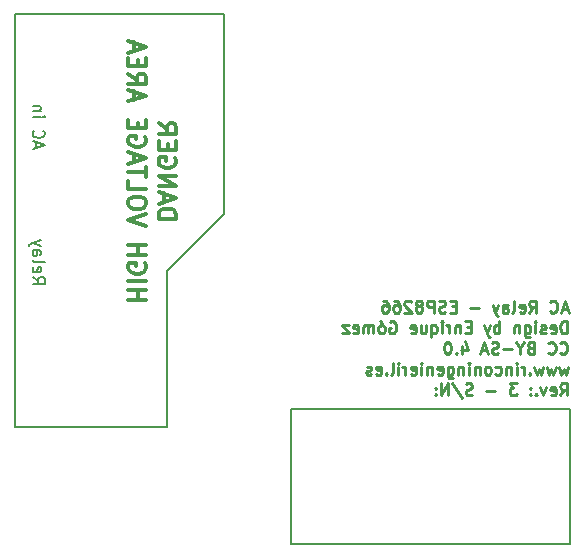
<source format=gbo>
G04 #@! TF.GenerationSoftware,KiCad,Pcbnew,5.1.9-73d0e3b20d~88~ubuntu20.04.1*
G04 #@! TF.CreationDate,2021-03-26T20:06:38+01:00*
G04 #@! TF.ProjectId,AC Relay,41432052-656c-4617-992e-6b696361645f,rev?*
G04 #@! TF.SameCoordinates,Original*
G04 #@! TF.FileFunction,Legend,Bot*
G04 #@! TF.FilePolarity,Positive*
%FSLAX46Y46*%
G04 Gerber Fmt 4.6, Leading zero omitted, Abs format (unit mm)*
G04 Created by KiCad (PCBNEW 5.1.9-73d0e3b20d~88~ubuntu20.04.1) date 2021-03-26 20:06:38*
%MOMM*%
%LPD*%
G01*
G04 APERTURE LIST*
%ADD10C,0.150000*%
%ADD11C,0.200000*%
%ADD12C,0.300000*%
%ADD13C,0.250000*%
G04 APERTURE END LIST*
D10*
X71347619Y-70514285D02*
X71823809Y-70847619D01*
X71347619Y-71085714D02*
X72347619Y-71085714D01*
X72347619Y-70704761D01*
X72300000Y-70609523D01*
X72252380Y-70561904D01*
X72157142Y-70514285D01*
X72014285Y-70514285D01*
X71919047Y-70561904D01*
X71871428Y-70609523D01*
X71823809Y-70704761D01*
X71823809Y-71085714D01*
X71395238Y-69704761D02*
X71347619Y-69800000D01*
X71347619Y-69990476D01*
X71395238Y-70085714D01*
X71490476Y-70133333D01*
X71871428Y-70133333D01*
X71966666Y-70085714D01*
X72014285Y-69990476D01*
X72014285Y-69800000D01*
X71966666Y-69704761D01*
X71871428Y-69657142D01*
X71776190Y-69657142D01*
X71680952Y-70133333D01*
X71347619Y-69085714D02*
X71395238Y-69180952D01*
X71490476Y-69228571D01*
X72347619Y-69228571D01*
X71347619Y-68276190D02*
X71871428Y-68276190D01*
X71966666Y-68323809D01*
X72014285Y-68419047D01*
X72014285Y-68609523D01*
X71966666Y-68704761D01*
X71395238Y-68276190D02*
X71347619Y-68371428D01*
X71347619Y-68609523D01*
X71395238Y-68704761D01*
X71490476Y-68752380D01*
X71585714Y-68752380D01*
X71680952Y-68704761D01*
X71728571Y-68609523D01*
X71728571Y-68371428D01*
X71776190Y-68276190D01*
X72014285Y-67895238D02*
X71347619Y-67657142D01*
X72014285Y-67419047D02*
X71347619Y-67657142D01*
X71109523Y-67752380D01*
X71061904Y-67800000D01*
X71014285Y-67895238D01*
X71633333Y-59609523D02*
X71633333Y-59133333D01*
X71347619Y-59704761D02*
X72347619Y-59371428D01*
X71347619Y-59038095D01*
X71442857Y-58133333D02*
X71395238Y-58180952D01*
X71347619Y-58323809D01*
X71347619Y-58419047D01*
X71395238Y-58561904D01*
X71490476Y-58657142D01*
X71585714Y-58704761D01*
X71776190Y-58752380D01*
X71919047Y-58752380D01*
X72109523Y-58704761D01*
X72204761Y-58657142D01*
X72300000Y-58561904D01*
X72347619Y-58419047D01*
X72347619Y-58323809D01*
X72300000Y-58180952D01*
X72252380Y-58133333D01*
X71347619Y-56942857D02*
X72014285Y-56942857D01*
X72347619Y-56942857D02*
X72300000Y-56990476D01*
X72252380Y-56942857D01*
X72300000Y-56895238D01*
X72347619Y-56942857D01*
X72252380Y-56942857D01*
X72014285Y-56466666D02*
X71347619Y-56466666D01*
X71919047Y-56466666D02*
X71966666Y-56419047D01*
X72014285Y-56323809D01*
X72014285Y-56180952D01*
X71966666Y-56085714D01*
X71871428Y-56038095D01*
X71347619Y-56038095D01*
D11*
X82677000Y-83185000D02*
X82677000Y-69977000D01*
X116840000Y-93091000D02*
X116840000Y-81661000D01*
X93218000Y-93091000D02*
X116840000Y-93091000D01*
X93218000Y-81661000D02*
X93218000Y-93091000D01*
X116840000Y-81661000D02*
X93218000Y-81661000D01*
X69850000Y-83185000D02*
X69850000Y-48260000D01*
X82677000Y-83185000D02*
X69850000Y-83185000D01*
X87503000Y-65151000D02*
X82677000Y-69977000D01*
X87503000Y-48260000D02*
X87503000Y-65151000D01*
X69850000Y-48260000D02*
X87503000Y-48260000D01*
D12*
X81996428Y-65595000D02*
X83496428Y-65595000D01*
X83496428Y-65237857D01*
X83425000Y-65023571D01*
X83282142Y-64880714D01*
X83139285Y-64809285D01*
X82853571Y-64737857D01*
X82639285Y-64737857D01*
X82353571Y-64809285D01*
X82210714Y-64880714D01*
X82067857Y-65023571D01*
X81996428Y-65237857D01*
X81996428Y-65595000D01*
X82425000Y-64166428D02*
X82425000Y-63452142D01*
X81996428Y-64309285D02*
X83496428Y-63809285D01*
X81996428Y-63309285D01*
X81996428Y-62809285D02*
X83496428Y-62809285D01*
X81996428Y-61952142D01*
X83496428Y-61952142D01*
X83425000Y-60452142D02*
X83496428Y-60595000D01*
X83496428Y-60809285D01*
X83425000Y-61023571D01*
X83282142Y-61166428D01*
X83139285Y-61237857D01*
X82853571Y-61309285D01*
X82639285Y-61309285D01*
X82353571Y-61237857D01*
X82210714Y-61166428D01*
X82067857Y-61023571D01*
X81996428Y-60809285D01*
X81996428Y-60666428D01*
X82067857Y-60452142D01*
X82139285Y-60380714D01*
X82639285Y-60380714D01*
X82639285Y-60666428D01*
X82782142Y-59737857D02*
X82782142Y-59237857D01*
X81996428Y-59023571D02*
X81996428Y-59737857D01*
X83496428Y-59737857D01*
X83496428Y-59023571D01*
X81996428Y-57523571D02*
X82710714Y-58023571D01*
X81996428Y-58380714D02*
X83496428Y-58380714D01*
X83496428Y-57809285D01*
X83425000Y-57666428D01*
X83353571Y-57595000D01*
X83210714Y-57523571D01*
X82996428Y-57523571D01*
X82853571Y-57595000D01*
X82782142Y-57666428D01*
X82710714Y-57809285D01*
X82710714Y-58380714D01*
X79446428Y-72452142D02*
X80946428Y-72452142D01*
X80232142Y-72452142D02*
X80232142Y-71595000D01*
X79446428Y-71595000D02*
X80946428Y-71595000D01*
X79446428Y-70880714D02*
X80946428Y-70880714D01*
X80875000Y-69380714D02*
X80946428Y-69523571D01*
X80946428Y-69737857D01*
X80875000Y-69952142D01*
X80732142Y-70095000D01*
X80589285Y-70166428D01*
X80303571Y-70237857D01*
X80089285Y-70237857D01*
X79803571Y-70166428D01*
X79660714Y-70095000D01*
X79517857Y-69952142D01*
X79446428Y-69737857D01*
X79446428Y-69595000D01*
X79517857Y-69380714D01*
X79589285Y-69309285D01*
X80089285Y-69309285D01*
X80089285Y-69595000D01*
X79446428Y-68666428D02*
X80946428Y-68666428D01*
X80232142Y-68666428D02*
X80232142Y-67809285D01*
X79446428Y-67809285D02*
X80946428Y-67809285D01*
X80946428Y-66166428D02*
X79446428Y-65666428D01*
X80946428Y-65166428D01*
X80946428Y-64380714D02*
X80946428Y-64095000D01*
X80875000Y-63952142D01*
X80732142Y-63809285D01*
X80446428Y-63737857D01*
X79946428Y-63737857D01*
X79660714Y-63809285D01*
X79517857Y-63952142D01*
X79446428Y-64095000D01*
X79446428Y-64380714D01*
X79517857Y-64523571D01*
X79660714Y-64666428D01*
X79946428Y-64737857D01*
X80446428Y-64737857D01*
X80732142Y-64666428D01*
X80875000Y-64523571D01*
X80946428Y-64380714D01*
X79446428Y-62380714D02*
X79446428Y-63095000D01*
X80946428Y-63095000D01*
X80946428Y-62095000D02*
X80946428Y-61237857D01*
X79446428Y-61666428D02*
X80946428Y-61666428D01*
X79875000Y-60809285D02*
X79875000Y-60095000D01*
X79446428Y-60952142D02*
X80946428Y-60452142D01*
X79446428Y-59952142D01*
X80875000Y-58666428D02*
X80946428Y-58809285D01*
X80946428Y-59023571D01*
X80875000Y-59237857D01*
X80732142Y-59380714D01*
X80589285Y-59452142D01*
X80303571Y-59523571D01*
X80089285Y-59523571D01*
X79803571Y-59452142D01*
X79660714Y-59380714D01*
X79517857Y-59237857D01*
X79446428Y-59023571D01*
X79446428Y-58880714D01*
X79517857Y-58666428D01*
X79589285Y-58595000D01*
X80089285Y-58595000D01*
X80089285Y-58880714D01*
X80232142Y-57952142D02*
X80232142Y-57452142D01*
X79446428Y-57237857D02*
X79446428Y-57952142D01*
X80946428Y-57952142D01*
X80946428Y-57237857D01*
X79875000Y-55523571D02*
X79875000Y-54809285D01*
X79446428Y-55666428D02*
X80946428Y-55166428D01*
X79446428Y-54666428D01*
X79446428Y-53309285D02*
X80160714Y-53809285D01*
X79446428Y-54166428D02*
X80946428Y-54166428D01*
X80946428Y-53595000D01*
X80875000Y-53452142D01*
X80803571Y-53380714D01*
X80660714Y-53309285D01*
X80446428Y-53309285D01*
X80303571Y-53380714D01*
X80232142Y-53452142D01*
X80160714Y-53595000D01*
X80160714Y-54166428D01*
X80232142Y-52666428D02*
X80232142Y-52166428D01*
X79446428Y-51952142D02*
X79446428Y-52666428D01*
X80946428Y-52666428D01*
X80946428Y-51952142D01*
X79875000Y-51380714D02*
X79875000Y-50666428D01*
X79446428Y-51523571D02*
X80946428Y-51023571D01*
X79446428Y-50523571D01*
D13*
X116614023Y-73247666D02*
X116137833Y-73247666D01*
X116709261Y-73533380D02*
X116375928Y-72533380D01*
X116042595Y-73533380D01*
X115137833Y-73438142D02*
X115185452Y-73485761D01*
X115328309Y-73533380D01*
X115423547Y-73533380D01*
X115566404Y-73485761D01*
X115661642Y-73390523D01*
X115709261Y-73295285D01*
X115756880Y-73104809D01*
X115756880Y-72961952D01*
X115709261Y-72771476D01*
X115661642Y-72676238D01*
X115566404Y-72581000D01*
X115423547Y-72533380D01*
X115328309Y-72533380D01*
X115185452Y-72581000D01*
X115137833Y-72628619D01*
X113375928Y-73533380D02*
X113709261Y-73057190D01*
X113947357Y-73533380D02*
X113947357Y-72533380D01*
X113566404Y-72533380D01*
X113471166Y-72581000D01*
X113423547Y-72628619D01*
X113375928Y-72723857D01*
X113375928Y-72866714D01*
X113423547Y-72961952D01*
X113471166Y-73009571D01*
X113566404Y-73057190D01*
X113947357Y-73057190D01*
X112566404Y-73485761D02*
X112661642Y-73533380D01*
X112852119Y-73533380D01*
X112947357Y-73485761D01*
X112994976Y-73390523D01*
X112994976Y-73009571D01*
X112947357Y-72914333D01*
X112852119Y-72866714D01*
X112661642Y-72866714D01*
X112566404Y-72914333D01*
X112518785Y-73009571D01*
X112518785Y-73104809D01*
X112994976Y-73200047D01*
X111947357Y-73533380D02*
X112042595Y-73485761D01*
X112090214Y-73390523D01*
X112090214Y-72533380D01*
X111137833Y-73533380D02*
X111137833Y-73009571D01*
X111185452Y-72914333D01*
X111280690Y-72866714D01*
X111471166Y-72866714D01*
X111566404Y-72914333D01*
X111137833Y-73485761D02*
X111233071Y-73533380D01*
X111471166Y-73533380D01*
X111566404Y-73485761D01*
X111614023Y-73390523D01*
X111614023Y-73295285D01*
X111566404Y-73200047D01*
X111471166Y-73152428D01*
X111233071Y-73152428D01*
X111137833Y-73104809D01*
X110756880Y-72866714D02*
X110518785Y-73533380D01*
X110280690Y-72866714D02*
X110518785Y-73533380D01*
X110614023Y-73771476D01*
X110661642Y-73819095D01*
X110756880Y-73866714D01*
X109137833Y-73152428D02*
X108375928Y-73152428D01*
X107137833Y-73009571D02*
X106804500Y-73009571D01*
X106661642Y-73533380D02*
X107137833Y-73533380D01*
X107137833Y-72533380D01*
X106661642Y-72533380D01*
X106280690Y-73485761D02*
X106137833Y-73533380D01*
X105899738Y-73533380D01*
X105804500Y-73485761D01*
X105756880Y-73438142D01*
X105709261Y-73342904D01*
X105709261Y-73247666D01*
X105756880Y-73152428D01*
X105804500Y-73104809D01*
X105899738Y-73057190D01*
X106090214Y-73009571D01*
X106185452Y-72961952D01*
X106233071Y-72914333D01*
X106280690Y-72819095D01*
X106280690Y-72723857D01*
X106233071Y-72628619D01*
X106185452Y-72581000D01*
X106090214Y-72533380D01*
X105852119Y-72533380D01*
X105709261Y-72581000D01*
X105280690Y-73533380D02*
X105280690Y-72533380D01*
X104899738Y-72533380D01*
X104804500Y-72581000D01*
X104756880Y-72628619D01*
X104709261Y-72723857D01*
X104709261Y-72866714D01*
X104756880Y-72961952D01*
X104804500Y-73009571D01*
X104899738Y-73057190D01*
X105280690Y-73057190D01*
X104137833Y-72961952D02*
X104233071Y-72914333D01*
X104280690Y-72866714D01*
X104328309Y-72771476D01*
X104328309Y-72723857D01*
X104280690Y-72628619D01*
X104233071Y-72581000D01*
X104137833Y-72533380D01*
X103947357Y-72533380D01*
X103852119Y-72581000D01*
X103804500Y-72628619D01*
X103756880Y-72723857D01*
X103756880Y-72771476D01*
X103804500Y-72866714D01*
X103852119Y-72914333D01*
X103947357Y-72961952D01*
X104137833Y-72961952D01*
X104233071Y-73009571D01*
X104280690Y-73057190D01*
X104328309Y-73152428D01*
X104328309Y-73342904D01*
X104280690Y-73438142D01*
X104233071Y-73485761D01*
X104137833Y-73533380D01*
X103947357Y-73533380D01*
X103852119Y-73485761D01*
X103804500Y-73438142D01*
X103756880Y-73342904D01*
X103756880Y-73152428D01*
X103804500Y-73057190D01*
X103852119Y-73009571D01*
X103947357Y-72961952D01*
X103375928Y-72628619D02*
X103328309Y-72581000D01*
X103233071Y-72533380D01*
X102994976Y-72533380D01*
X102899738Y-72581000D01*
X102852119Y-72628619D01*
X102804500Y-72723857D01*
X102804500Y-72819095D01*
X102852119Y-72961952D01*
X103423547Y-73533380D01*
X102804500Y-73533380D01*
X101947357Y-72533380D02*
X102137833Y-72533380D01*
X102233071Y-72581000D01*
X102280690Y-72628619D01*
X102375928Y-72771476D01*
X102423547Y-72961952D01*
X102423547Y-73342904D01*
X102375928Y-73438142D01*
X102328309Y-73485761D01*
X102233071Y-73533380D01*
X102042595Y-73533380D01*
X101947357Y-73485761D01*
X101899738Y-73438142D01*
X101852119Y-73342904D01*
X101852119Y-73104809D01*
X101899738Y-73009571D01*
X101947357Y-72961952D01*
X102042595Y-72914333D01*
X102233071Y-72914333D01*
X102328309Y-72961952D01*
X102375928Y-73009571D01*
X102423547Y-73104809D01*
X100994976Y-72533380D02*
X101185452Y-72533380D01*
X101280690Y-72581000D01*
X101328309Y-72628619D01*
X101423547Y-72771476D01*
X101471166Y-72961952D01*
X101471166Y-73342904D01*
X101423547Y-73438142D01*
X101375928Y-73485761D01*
X101280690Y-73533380D01*
X101090214Y-73533380D01*
X100994976Y-73485761D01*
X100947357Y-73438142D01*
X100899738Y-73342904D01*
X100899738Y-73104809D01*
X100947357Y-73009571D01*
X100994976Y-72961952D01*
X101090214Y-72914333D01*
X101280690Y-72914333D01*
X101375928Y-72961952D01*
X101423547Y-73009571D01*
X101471166Y-73104809D01*
X116566404Y-75283380D02*
X116566404Y-74283380D01*
X116328309Y-74283380D01*
X116185452Y-74331000D01*
X116090214Y-74426238D01*
X116042595Y-74521476D01*
X115994976Y-74711952D01*
X115994976Y-74854809D01*
X116042595Y-75045285D01*
X116090214Y-75140523D01*
X116185452Y-75235761D01*
X116328309Y-75283380D01*
X116566404Y-75283380D01*
X115185452Y-75235761D02*
X115280690Y-75283380D01*
X115471166Y-75283380D01*
X115566404Y-75235761D01*
X115614023Y-75140523D01*
X115614023Y-74759571D01*
X115566404Y-74664333D01*
X115471166Y-74616714D01*
X115280690Y-74616714D01*
X115185452Y-74664333D01*
X115137833Y-74759571D01*
X115137833Y-74854809D01*
X115614023Y-74950047D01*
X114756880Y-75235761D02*
X114661642Y-75283380D01*
X114471166Y-75283380D01*
X114375928Y-75235761D01*
X114328309Y-75140523D01*
X114328309Y-75092904D01*
X114375928Y-74997666D01*
X114471166Y-74950047D01*
X114614023Y-74950047D01*
X114709261Y-74902428D01*
X114756880Y-74807190D01*
X114756880Y-74759571D01*
X114709261Y-74664333D01*
X114614023Y-74616714D01*
X114471166Y-74616714D01*
X114375928Y-74664333D01*
X113899738Y-75283380D02*
X113899738Y-74616714D01*
X113899738Y-74283380D02*
X113947357Y-74331000D01*
X113899738Y-74378619D01*
X113852119Y-74331000D01*
X113899738Y-74283380D01*
X113899738Y-74378619D01*
X112994976Y-74616714D02*
X112994976Y-75426238D01*
X113042595Y-75521476D01*
X113090214Y-75569095D01*
X113185452Y-75616714D01*
X113328309Y-75616714D01*
X113423547Y-75569095D01*
X112994976Y-75235761D02*
X113090214Y-75283380D01*
X113280690Y-75283380D01*
X113375928Y-75235761D01*
X113423547Y-75188142D01*
X113471166Y-75092904D01*
X113471166Y-74807190D01*
X113423547Y-74711952D01*
X113375928Y-74664333D01*
X113280690Y-74616714D01*
X113090214Y-74616714D01*
X112994976Y-74664333D01*
X112518785Y-74616714D02*
X112518785Y-75283380D01*
X112518785Y-74711952D02*
X112471166Y-74664333D01*
X112375928Y-74616714D01*
X112233071Y-74616714D01*
X112137833Y-74664333D01*
X112090214Y-74759571D01*
X112090214Y-75283380D01*
X110852119Y-75283380D02*
X110852119Y-74283380D01*
X110852119Y-74664333D02*
X110756880Y-74616714D01*
X110566404Y-74616714D01*
X110471166Y-74664333D01*
X110423547Y-74711952D01*
X110375928Y-74807190D01*
X110375928Y-75092904D01*
X110423547Y-75188142D01*
X110471166Y-75235761D01*
X110566404Y-75283380D01*
X110756880Y-75283380D01*
X110852119Y-75235761D01*
X110042595Y-74616714D02*
X109804500Y-75283380D01*
X109566404Y-74616714D02*
X109804500Y-75283380D01*
X109899738Y-75521476D01*
X109947357Y-75569095D01*
X110042595Y-75616714D01*
X108423547Y-74759571D02*
X108090214Y-74759571D01*
X107947357Y-75283380D02*
X108423547Y-75283380D01*
X108423547Y-74283380D01*
X107947357Y-74283380D01*
X107518785Y-74616714D02*
X107518785Y-75283380D01*
X107518785Y-74711952D02*
X107471166Y-74664333D01*
X107375928Y-74616714D01*
X107233071Y-74616714D01*
X107137833Y-74664333D01*
X107090214Y-74759571D01*
X107090214Y-75283380D01*
X106614023Y-75283380D02*
X106614023Y-74616714D01*
X106614023Y-74807190D02*
X106566404Y-74711952D01*
X106518785Y-74664333D01*
X106423547Y-74616714D01*
X106328309Y-74616714D01*
X105994976Y-75283380D02*
X105994976Y-74616714D01*
X105994976Y-74283380D02*
X106042595Y-74331000D01*
X105994976Y-74378619D01*
X105947357Y-74331000D01*
X105994976Y-74283380D01*
X105994976Y-74378619D01*
X105090214Y-74616714D02*
X105090214Y-75616714D01*
X105090214Y-75235761D02*
X105185452Y-75283380D01*
X105375928Y-75283380D01*
X105471166Y-75235761D01*
X105518785Y-75188142D01*
X105566404Y-75092904D01*
X105566404Y-74807190D01*
X105518785Y-74711952D01*
X105471166Y-74664333D01*
X105375928Y-74616714D01*
X105185452Y-74616714D01*
X105090214Y-74664333D01*
X104185452Y-74616714D02*
X104185452Y-75283380D01*
X104614023Y-74616714D02*
X104614023Y-75140523D01*
X104566404Y-75235761D01*
X104471166Y-75283380D01*
X104328309Y-75283380D01*
X104233071Y-75235761D01*
X104185452Y-75188142D01*
X103328309Y-75235761D02*
X103423547Y-75283380D01*
X103614023Y-75283380D01*
X103709261Y-75235761D01*
X103756880Y-75140523D01*
X103756880Y-74759571D01*
X103709261Y-74664333D01*
X103614023Y-74616714D01*
X103423547Y-74616714D01*
X103328309Y-74664333D01*
X103280690Y-74759571D01*
X103280690Y-74854809D01*
X103756880Y-74950047D01*
X101566404Y-74331000D02*
X101661642Y-74283380D01*
X101804500Y-74283380D01*
X101947357Y-74331000D01*
X102042595Y-74426238D01*
X102090214Y-74521476D01*
X102137833Y-74711952D01*
X102137833Y-74854809D01*
X102090214Y-75045285D01*
X102042595Y-75140523D01*
X101947357Y-75235761D01*
X101804500Y-75283380D01*
X101709261Y-75283380D01*
X101566404Y-75235761D01*
X101518785Y-75188142D01*
X101518785Y-74854809D01*
X101709261Y-74854809D01*
X100947357Y-75283380D02*
X101042595Y-75235761D01*
X101090214Y-75188142D01*
X101137833Y-75092904D01*
X101137833Y-74807190D01*
X101090214Y-74711952D01*
X101042595Y-74664333D01*
X100947357Y-74616714D01*
X100804500Y-74616714D01*
X100709261Y-74664333D01*
X100661642Y-74711952D01*
X100614023Y-74807190D01*
X100614023Y-75092904D01*
X100661642Y-75188142D01*
X100709261Y-75235761D01*
X100804500Y-75283380D01*
X100947357Y-75283380D01*
X100756880Y-74235761D02*
X100899738Y-74378619D01*
X100185452Y-75283380D02*
X100185452Y-74616714D01*
X100185452Y-74711952D02*
X100137833Y-74664333D01*
X100042595Y-74616714D01*
X99899738Y-74616714D01*
X99804500Y-74664333D01*
X99756880Y-74759571D01*
X99756880Y-75283380D01*
X99756880Y-74759571D02*
X99709261Y-74664333D01*
X99614023Y-74616714D01*
X99471166Y-74616714D01*
X99375928Y-74664333D01*
X99328309Y-74759571D01*
X99328309Y-75283380D01*
X98471166Y-75235761D02*
X98566404Y-75283380D01*
X98756880Y-75283380D01*
X98852119Y-75235761D01*
X98899738Y-75140523D01*
X98899738Y-74759571D01*
X98852119Y-74664333D01*
X98756880Y-74616714D01*
X98566404Y-74616714D01*
X98471166Y-74664333D01*
X98423547Y-74759571D01*
X98423547Y-74854809D01*
X98899738Y-74950047D01*
X98090214Y-74616714D02*
X97566404Y-74616714D01*
X98090214Y-75283380D01*
X97566404Y-75283380D01*
X115994976Y-76938142D02*
X116042595Y-76985761D01*
X116185452Y-77033380D01*
X116280690Y-77033380D01*
X116423547Y-76985761D01*
X116518785Y-76890523D01*
X116566404Y-76795285D01*
X116614023Y-76604809D01*
X116614023Y-76461952D01*
X116566404Y-76271476D01*
X116518785Y-76176238D01*
X116423547Y-76081000D01*
X116280690Y-76033380D01*
X116185452Y-76033380D01*
X116042595Y-76081000D01*
X115994976Y-76128619D01*
X114994976Y-76938142D02*
X115042595Y-76985761D01*
X115185452Y-77033380D01*
X115280690Y-77033380D01*
X115423547Y-76985761D01*
X115518785Y-76890523D01*
X115566404Y-76795285D01*
X115614023Y-76604809D01*
X115614023Y-76461952D01*
X115566404Y-76271476D01*
X115518785Y-76176238D01*
X115423547Y-76081000D01*
X115280690Y-76033380D01*
X115185452Y-76033380D01*
X115042595Y-76081000D01*
X114994976Y-76128619D01*
X113471166Y-76509571D02*
X113328309Y-76557190D01*
X113280690Y-76604809D01*
X113233071Y-76700047D01*
X113233071Y-76842904D01*
X113280690Y-76938142D01*
X113328309Y-76985761D01*
X113423547Y-77033380D01*
X113804500Y-77033380D01*
X113804500Y-76033380D01*
X113471166Y-76033380D01*
X113375928Y-76081000D01*
X113328309Y-76128619D01*
X113280690Y-76223857D01*
X113280690Y-76319095D01*
X113328309Y-76414333D01*
X113375928Y-76461952D01*
X113471166Y-76509571D01*
X113804500Y-76509571D01*
X112614023Y-76557190D02*
X112614023Y-77033380D01*
X112947357Y-76033380D02*
X112614023Y-76557190D01*
X112280690Y-76033380D01*
X111947357Y-76652428D02*
X111185452Y-76652428D01*
X110756880Y-76985761D02*
X110614023Y-77033380D01*
X110375928Y-77033380D01*
X110280690Y-76985761D01*
X110233071Y-76938142D01*
X110185452Y-76842904D01*
X110185452Y-76747666D01*
X110233071Y-76652428D01*
X110280690Y-76604809D01*
X110375928Y-76557190D01*
X110566404Y-76509571D01*
X110661642Y-76461952D01*
X110709261Y-76414333D01*
X110756880Y-76319095D01*
X110756880Y-76223857D01*
X110709261Y-76128619D01*
X110661642Y-76081000D01*
X110566404Y-76033380D01*
X110328309Y-76033380D01*
X110185452Y-76081000D01*
X109804500Y-76747666D02*
X109328309Y-76747666D01*
X109899738Y-77033380D02*
X109566404Y-76033380D01*
X109233071Y-77033380D01*
X107709261Y-76366714D02*
X107709261Y-77033380D01*
X107947357Y-75985761D02*
X108185452Y-76700047D01*
X107566404Y-76700047D01*
X107185452Y-76938142D02*
X107137833Y-76985761D01*
X107185452Y-77033380D01*
X107233071Y-76985761D01*
X107185452Y-76938142D01*
X107185452Y-77033380D01*
X106518785Y-76033380D02*
X106423547Y-76033380D01*
X106328309Y-76081000D01*
X106280690Y-76128619D01*
X106233071Y-76223857D01*
X106185452Y-76414333D01*
X106185452Y-76652428D01*
X106233071Y-76842904D01*
X106280690Y-76938142D01*
X106328309Y-76985761D01*
X106423547Y-77033380D01*
X106518785Y-77033380D01*
X106614023Y-76985761D01*
X106661642Y-76938142D01*
X106709261Y-76842904D01*
X106756880Y-76652428D01*
X106756880Y-76414333D01*
X106709261Y-76223857D01*
X106661642Y-76128619D01*
X106614023Y-76081000D01*
X106518785Y-76033380D01*
X116661642Y-78116714D02*
X116471166Y-78783380D01*
X116280690Y-78307190D01*
X116090214Y-78783380D01*
X115899738Y-78116714D01*
X115614023Y-78116714D02*
X115423547Y-78783380D01*
X115233071Y-78307190D01*
X115042595Y-78783380D01*
X114852119Y-78116714D01*
X114566404Y-78116714D02*
X114375928Y-78783380D01*
X114185452Y-78307190D01*
X113994976Y-78783380D01*
X113804500Y-78116714D01*
X113423547Y-78688142D02*
X113375928Y-78735761D01*
X113423547Y-78783380D01*
X113471166Y-78735761D01*
X113423547Y-78688142D01*
X113423547Y-78783380D01*
X112947357Y-78783380D02*
X112947357Y-78116714D01*
X112947357Y-78307190D02*
X112899738Y-78211952D01*
X112852119Y-78164333D01*
X112756880Y-78116714D01*
X112661642Y-78116714D01*
X112328309Y-78783380D02*
X112328309Y-78116714D01*
X112328309Y-77783380D02*
X112375928Y-77831000D01*
X112328309Y-77878619D01*
X112280690Y-77831000D01*
X112328309Y-77783380D01*
X112328309Y-77878619D01*
X111852119Y-78116714D02*
X111852119Y-78783380D01*
X111852119Y-78211952D02*
X111804500Y-78164333D01*
X111709261Y-78116714D01*
X111566404Y-78116714D01*
X111471166Y-78164333D01*
X111423547Y-78259571D01*
X111423547Y-78783380D01*
X110518785Y-78735761D02*
X110614023Y-78783380D01*
X110804500Y-78783380D01*
X110899738Y-78735761D01*
X110947357Y-78688142D01*
X110994976Y-78592904D01*
X110994976Y-78307190D01*
X110947357Y-78211952D01*
X110899738Y-78164333D01*
X110804500Y-78116714D01*
X110614023Y-78116714D01*
X110518785Y-78164333D01*
X109947357Y-78783380D02*
X110042595Y-78735761D01*
X110090214Y-78688142D01*
X110137833Y-78592904D01*
X110137833Y-78307190D01*
X110090214Y-78211952D01*
X110042595Y-78164333D01*
X109947357Y-78116714D01*
X109804500Y-78116714D01*
X109709261Y-78164333D01*
X109661642Y-78211952D01*
X109614023Y-78307190D01*
X109614023Y-78592904D01*
X109661642Y-78688142D01*
X109709261Y-78735761D01*
X109804500Y-78783380D01*
X109947357Y-78783380D01*
X109185452Y-78116714D02*
X109185452Y-78783380D01*
X109185452Y-78211952D02*
X109137833Y-78164333D01*
X109042595Y-78116714D01*
X108899738Y-78116714D01*
X108804500Y-78164333D01*
X108756880Y-78259571D01*
X108756880Y-78783380D01*
X108280690Y-78783380D02*
X108280690Y-78116714D01*
X108280690Y-77783380D02*
X108328309Y-77831000D01*
X108280690Y-77878619D01*
X108233071Y-77831000D01*
X108280690Y-77783380D01*
X108280690Y-77878619D01*
X107804500Y-78116714D02*
X107804500Y-78783380D01*
X107804500Y-78211952D02*
X107756880Y-78164333D01*
X107661642Y-78116714D01*
X107518785Y-78116714D01*
X107423547Y-78164333D01*
X107375928Y-78259571D01*
X107375928Y-78783380D01*
X106471166Y-78116714D02*
X106471166Y-78926238D01*
X106518785Y-79021476D01*
X106566404Y-79069095D01*
X106661642Y-79116714D01*
X106804500Y-79116714D01*
X106899738Y-79069095D01*
X106471166Y-78735761D02*
X106566404Y-78783380D01*
X106756880Y-78783380D01*
X106852119Y-78735761D01*
X106899738Y-78688142D01*
X106947357Y-78592904D01*
X106947357Y-78307190D01*
X106899738Y-78211952D01*
X106852119Y-78164333D01*
X106756880Y-78116714D01*
X106566404Y-78116714D01*
X106471166Y-78164333D01*
X105614023Y-78735761D02*
X105709261Y-78783380D01*
X105899738Y-78783380D01*
X105994976Y-78735761D01*
X106042595Y-78640523D01*
X106042595Y-78259571D01*
X105994976Y-78164333D01*
X105899738Y-78116714D01*
X105709261Y-78116714D01*
X105614023Y-78164333D01*
X105566404Y-78259571D01*
X105566404Y-78354809D01*
X106042595Y-78450047D01*
X105137833Y-78116714D02*
X105137833Y-78783380D01*
X105137833Y-78211952D02*
X105090214Y-78164333D01*
X104994976Y-78116714D01*
X104852119Y-78116714D01*
X104756880Y-78164333D01*
X104709261Y-78259571D01*
X104709261Y-78783380D01*
X104233071Y-78783380D02*
X104233071Y-78116714D01*
X104233071Y-77783380D02*
X104280690Y-77831000D01*
X104233071Y-77878619D01*
X104185452Y-77831000D01*
X104233071Y-77783380D01*
X104233071Y-77878619D01*
X103375928Y-78735761D02*
X103471166Y-78783380D01*
X103661642Y-78783380D01*
X103756880Y-78735761D01*
X103804500Y-78640523D01*
X103804500Y-78259571D01*
X103756880Y-78164333D01*
X103661642Y-78116714D01*
X103471166Y-78116714D01*
X103375928Y-78164333D01*
X103328309Y-78259571D01*
X103328309Y-78354809D01*
X103804500Y-78450047D01*
X102899738Y-78783380D02*
X102899738Y-78116714D01*
X102899738Y-78307190D02*
X102852119Y-78211952D01*
X102804500Y-78164333D01*
X102709261Y-78116714D01*
X102614023Y-78116714D01*
X102280690Y-78783380D02*
X102280690Y-78116714D01*
X102280690Y-77783380D02*
X102328309Y-77831000D01*
X102280690Y-77878619D01*
X102233071Y-77831000D01*
X102280690Y-77783380D01*
X102280690Y-77878619D01*
X101661642Y-78783380D02*
X101756880Y-78735761D01*
X101804500Y-78640523D01*
X101804500Y-77783380D01*
X101280690Y-78688142D02*
X101233071Y-78735761D01*
X101280690Y-78783380D01*
X101328309Y-78735761D01*
X101280690Y-78688142D01*
X101280690Y-78783380D01*
X100423547Y-78735761D02*
X100518785Y-78783380D01*
X100709261Y-78783380D01*
X100804500Y-78735761D01*
X100852119Y-78640523D01*
X100852119Y-78259571D01*
X100804500Y-78164333D01*
X100709261Y-78116714D01*
X100518785Y-78116714D01*
X100423547Y-78164333D01*
X100375928Y-78259571D01*
X100375928Y-78354809D01*
X100852119Y-78450047D01*
X99994976Y-78735761D02*
X99899738Y-78783380D01*
X99709261Y-78783380D01*
X99614023Y-78735761D01*
X99566404Y-78640523D01*
X99566404Y-78592904D01*
X99614023Y-78497666D01*
X99709261Y-78450047D01*
X99852119Y-78450047D01*
X99947357Y-78402428D01*
X99994976Y-78307190D01*
X99994976Y-78259571D01*
X99947357Y-78164333D01*
X99852119Y-78116714D01*
X99709261Y-78116714D01*
X99614023Y-78164333D01*
X115994976Y-80533380D02*
X116328309Y-80057190D01*
X116566404Y-80533380D02*
X116566404Y-79533380D01*
X116185452Y-79533380D01*
X116090214Y-79581000D01*
X116042595Y-79628619D01*
X115994976Y-79723857D01*
X115994976Y-79866714D01*
X116042595Y-79961952D01*
X116090214Y-80009571D01*
X116185452Y-80057190D01*
X116566404Y-80057190D01*
X115185452Y-80485761D02*
X115280690Y-80533380D01*
X115471166Y-80533380D01*
X115566404Y-80485761D01*
X115614023Y-80390523D01*
X115614023Y-80009571D01*
X115566404Y-79914333D01*
X115471166Y-79866714D01*
X115280690Y-79866714D01*
X115185452Y-79914333D01*
X115137833Y-80009571D01*
X115137833Y-80104809D01*
X115614023Y-80200047D01*
X114804500Y-79866714D02*
X114566404Y-80533380D01*
X114328309Y-79866714D01*
X113947357Y-80438142D02*
X113899738Y-80485761D01*
X113947357Y-80533380D01*
X113994976Y-80485761D01*
X113947357Y-80438142D01*
X113947357Y-80533380D01*
X113471166Y-80438142D02*
X113423547Y-80485761D01*
X113471166Y-80533380D01*
X113518785Y-80485761D01*
X113471166Y-80438142D01*
X113471166Y-80533380D01*
X113471166Y-79914333D02*
X113423547Y-79961952D01*
X113471166Y-80009571D01*
X113518785Y-79961952D01*
X113471166Y-79914333D01*
X113471166Y-80009571D01*
X112328309Y-79533380D02*
X111709261Y-79533380D01*
X112042595Y-79914333D01*
X111899738Y-79914333D01*
X111804500Y-79961952D01*
X111756880Y-80009571D01*
X111709261Y-80104809D01*
X111709261Y-80342904D01*
X111756880Y-80438142D01*
X111804500Y-80485761D01*
X111899738Y-80533380D01*
X112185452Y-80533380D01*
X112280690Y-80485761D01*
X112328309Y-80438142D01*
X110518785Y-80152428D02*
X109756880Y-80152428D01*
X108566404Y-80485761D02*
X108423547Y-80533380D01*
X108185452Y-80533380D01*
X108090214Y-80485761D01*
X108042595Y-80438142D01*
X107994976Y-80342904D01*
X107994976Y-80247666D01*
X108042595Y-80152428D01*
X108090214Y-80104809D01*
X108185452Y-80057190D01*
X108375928Y-80009571D01*
X108471166Y-79961952D01*
X108518785Y-79914333D01*
X108566404Y-79819095D01*
X108566404Y-79723857D01*
X108518785Y-79628619D01*
X108471166Y-79581000D01*
X108375928Y-79533380D01*
X108137833Y-79533380D01*
X107994976Y-79581000D01*
X106852119Y-79485761D02*
X107709261Y-80771476D01*
X106518785Y-80533380D02*
X106518785Y-79533380D01*
X105947357Y-80533380D01*
X105947357Y-79533380D01*
X105471166Y-80438142D02*
X105423547Y-80485761D01*
X105471166Y-80533380D01*
X105518785Y-80485761D01*
X105471166Y-80438142D01*
X105471166Y-80533380D01*
X105471166Y-79914333D02*
X105423547Y-79961952D01*
X105471166Y-80009571D01*
X105518785Y-79961952D01*
X105471166Y-79914333D01*
X105471166Y-80009571D01*
M02*

</source>
